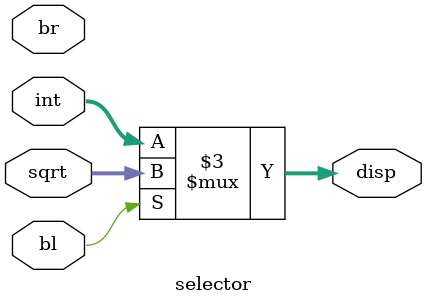
<source format=v>
module selector(input bl, input br, input [7:0] int, input [7:0] sqrt, output reg [7:0] disp);

// use the control signal to select the output value
always @(bl, br) begin
  if (bl) begin
    disp = sqrt;
  end else begin
    disp = int;
  end
end

endmodule

</source>
